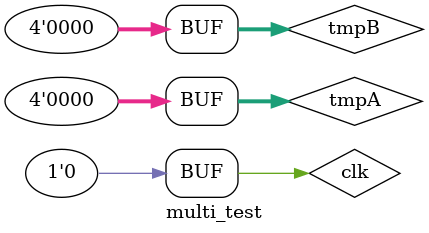
<source format=v>
`timescale 1ns/1ps

`include "multiplier_pipline.v"

module multi_test(); 
    reg [3:0] tmpA;
    reg [3:0] tmpB;
    wire [7:0] res;
    reg clk;

    MultiplierClkIm multi( tmpA, tmpB, clk, res);
    
    initial begin 
        $dumpfile("multi_test.vcd");
        $dumpvars;
        tmpA = 3;
        tmpB = 4;
        clk  = 0;
        
        #100 clk = ~clk; #100 clk = ~clk;

       tmpA = -1;
       tmpB = -1;
       #100 clk = ~clk; #100 clk = ~clk;
       
       tmpA = -1;
       tmpB =  1;

       #100 clk = ~clk; #100 clk = ~clk;
       
       tmpA = -2;
       tmpB = -2;
        
       #100 clk = ~clk; #100 clk = ~clk;
       #100 clk = ~clk; #100 clk = ~clk;
       #100 clk = ~clk; #100 clk = ~clk;
       #100 clk = ~clk; #100 clk = ~clk;
       #100 clk = ~clk; #100 clk = ~clk;
       #100 clk = ~clk; #100 clk = ~clk;
       tmpA = 0;
       tmpB = 0;

    end
    
endmodule
</source>
